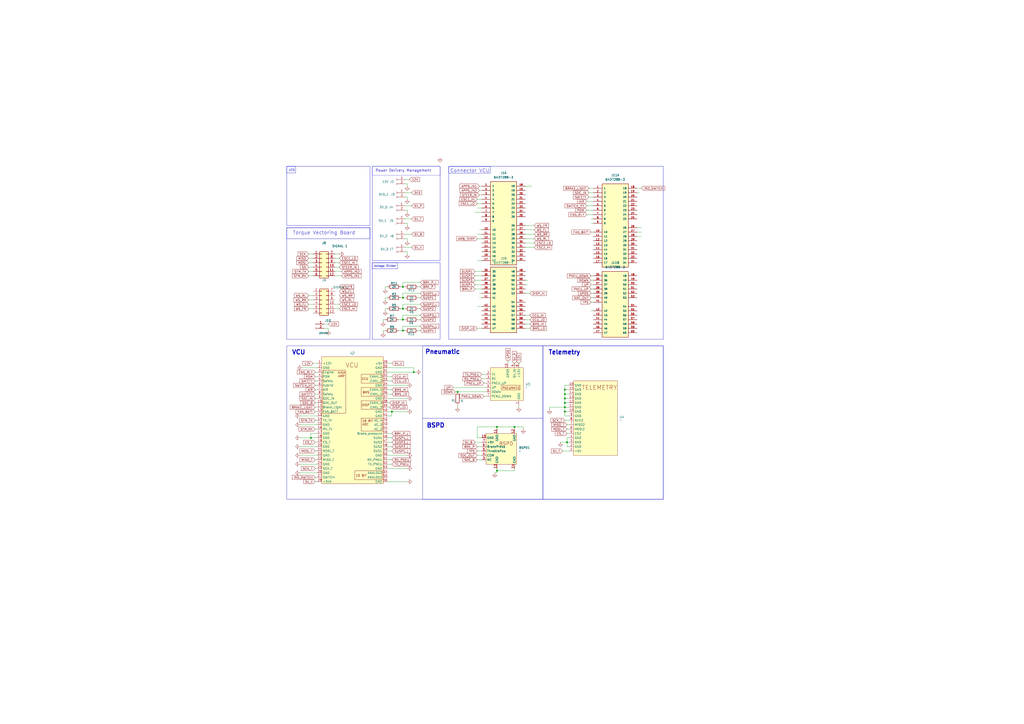
<source format=kicad_sch>
(kicad_sch (version 20250114) (generator "eeschema") (generator_version "9.0")
  (paper "A2")
  (rectangle (start 166.37 132.08) (end 214.63 196.85))
  (rectangle (start 166.37 200.66) (end 384.81 289.56))
  (rectangle (start 314.96 200.66) (end 384.81 289.56))
  (rectangle (start 260.3857 96.6124) (end 284.5157 100.4224))
  (rectangle (start 245.11 200.66) (end 314.96 289.56))
  (rectangle (start 260.35 96.52) (end 384.81 196.85))
  (rectangle (start 215.9 96.52) (end 255.27 151.13))
  (rectangle (start 166.37 132.08) (end 214.63 138.43))
  (rectangle (start 215.9205 152.4245) (end 230.5753 155.9594))
  (rectangle (start 215.9 152.4) (end 255.27 196.85))
  (rectangle (start 166.37 96.52) (end 171.45 100.33))
  (rectangle (start 215.9 96.52) (end 255.27 101.6) (stroke (width 0.0508)))
  (rectangle (start 166.37 96.52) (end 214.63 130.81))
  (text "LED\n" (at 169.164 98.806 0) (effects (font (size 1.27 1.27))))
  (text "Connector VCU" (at 272.5777 99.1524 0) (effects (font (size 2.032 2.032))))
  (text "VCU" (at 173.228 204.47 0) (effects (font (size 2.54 2.54) (thickness 0.508) (bold yes))))
  (text "Torque Vectoring Board\n" (at 187.96 135.128 0) (effects (font (size 2.032 2.032))))
  (text "Telemetry\n" (at 327.406 204.47 0) (effects (font (size 2.54 2.54) (thickness 0.508) (bold yes))))
  (text "Voltage Divider" (at 223.2865 154.4565 0) (effects (font (size 1.143 1.143))))
  (text "BSPD" (at 252.73 246.888 0) (effects (font (size 2.54 2.54) (thickness 0.508) (bold yes))))
  (text "Pneumatic" (at 256.794 204.216 0) (effects (font (size 2.54 2.54) (thickness 0.508) (bold yes))))
  (text "Power Delivery Management\n" (at 233.934 99.06 0) (effects (font (size 1.524 1.524))))
  (junction (at 327.66 228.6))
  (junction (at 233.68 185.42))
  (junction (at 233.68 172.72))
  (junction (at 288.29 247.65))
  (junction (at 327.66 233.68))
  (junction (at 327.66 226.06))
  (junction (at 233.68 166.37))
  (junction (at 233.68 179.07))
  (junction (at 180.34 254))
  (junction (at 327.66 236.22))
  (junction (at 227.33 238.76))
  (junction (at 288.29 273.05))
  (junction (at 327.66 231.14))
  (junction (at 298.45 247.65))
  (junction (at 327.66 238.76))
  (junction (at 233.68 191.77))
  (junction (at 240.03 215.9))
  (junction (at 328.93 256.54))
  (junction (at 265.43 227.33))
  (wire (pts (xy 181.61 173.99) (xy 179.07 173.99)))
  (wire (pts (xy 369.57 109.22) (xy 372.11 109.22)))
  (wire (pts (xy 234.95 121.92) (xy 236.22 121.92)))
  (wire (pts (xy 234.95 106.68) (xy 236.22 106.68)))
  (wire (pts (xy 224.79 251.46) (xy 227.33 251.46)))
  (wire (pts (xy 304.8 190.5) (xy 307.34 190.5)))
  (wire (pts (xy 194.31 154.94) (xy 196.85 154.94)))
  (wire (pts (xy 182.88 243.84) (xy 184.15 243.84)))
  (wire (pts (xy 300.99 210.82) (xy 300.99 212.09)))
  (wire (pts (xy 342.9 172.72) (xy 344.17 172.72)))
  (wire (pts (xy 275.59 167.64) (xy 279.4 167.64)))
  (wire (pts (xy 275.59 160.02) (xy 279.4 160.02)))
  (wire (pts (xy 234.95 185.42) (xy 233.68 185.42)))
  (wire (pts (xy 276.86 259.08) (xy 279.4 259.08)))
  (wire (pts (xy 181.61 179.07) (xy 179.07 179.07)))
  (wire (pts (xy 275.59 157.48) (xy 279.4 157.48)))
  (wire (pts (xy 276.86 118.11) (xy 279.4 118.11)))
  (wire (pts (xy 182.88 261.62) (xy 184.15 261.62)))
  (wire (pts (xy 194.31 157.48) (xy 198.12 157.48)))
  (wire (pts (xy 224.79 266.7) (xy 227.33 266.7)))
  (wire (pts (xy 234.95 104.14) (xy 237.49 104.14)))
  (wire (pts (xy 234.95 114.3) (xy 236.22 114.3)))
  (wire (pts (xy 236.22 146.05) (xy 236.22 147.32)))
  (wire (pts (xy 327.66 238.76) (xy 327.66 236.22)))
  (wire (pts (xy 179.07 154.94) (xy 181.61 154.94)))
  (wire (pts (xy 327.66 226.06) (xy 327.66 228.6)))
  (wire (pts (xy 342.9 134.62) (xy 344.17 134.62)))
  (wire (pts (xy 233.68 189.23) (xy 233.68 191.77)))
  (wire (pts (xy 196.85 179.07) (xy 194.31 179.07)))
  (wire (pts (xy 224.79 220.98) (xy 227.33 220.98)))
  (wire (pts (xy 304.8 133.35) (xy 309.88 133.35)))
  (wire (pts (xy 224.79 223.52) (xy 236.22 223.52)))
  (wire (pts (xy 340.36 116.84) (xy 344.17 116.84)))
  (wire (pts (xy 288.29 247.65) (xy 298.45 247.65)))
  (wire (pts (xy 276.86 190.5) (xy 279.4 190.5)))
  (wire (pts (xy 233.68 182.88) (xy 233.68 185.42)))
  (wire (pts (xy 304.8 140.97) (xy 309.88 140.97)))
  (wire (pts (xy 327.66 231.14) (xy 330.2 231.14)))
  (wire (pts (xy 342.9 160.02) (xy 344.17 160.02)))
  (wire (pts (xy 173.99 241.3) (xy 184.15 241.3)))
  (wire (pts (xy 179.07 152.4) (xy 181.61 152.4)))
  (wire (pts (xy 276.86 261.62) (xy 279.4 261.62)))
  (wire (pts (xy 279.4 217.17) (xy 281.94 217.17)))
  (wire (pts (xy 224.79 271.78) (xy 236.22 271.78)))
  (wire (pts (xy 327.66 233.68) (xy 330.2 233.68)))
  (wire (pts (xy 233.68 191.77) (xy 234.95 191.77)))
  (wire (pts (xy 278.13 113.03) (xy 279.4 113.03)))
  (wire (pts (xy 234.95 146.05) (xy 236.22 146.05)))
  (wire (pts (xy 298.45 271.78) (xy 298.45 273.05)))
  (wire (pts (xy 243.84 163.83) (xy 233.68 163.83)))
  (wire (pts (xy 223.52 166.37) (xy 223.52 167.64)))
  (wire (pts (xy 276.86 177.8) (xy 279.4 177.8)))
  (wire (pts (xy 236.22 231.14) (xy 224.79 231.14)))
  (wire (pts (xy 182.88 236.22) (xy 184.15 236.22)))
  (wire (pts (xy 304.8 143.51) (xy 309.88 143.51)))
  (wire (pts (xy 276.86 138.43) (xy 279.4 138.43)))
  (wire (pts (xy 227.33 241.3) (xy 227.33 238.76)))
  (wire (pts (xy 241.3 215.9) (xy 240.03 215.9)))
  (wire (pts (xy 327.66 223.52) (xy 327.66 226.06)))
  (wire (pts (xy 234.95 143.51) (xy 238.76 143.51)))
  (wire (pts (xy 224.79 228.6) (xy 227.33 228.6)))
  (wire (pts (xy 233.68 170.18) (xy 233.68 172.72)))
  (wire (pts (xy 194.31 147.32) (xy 196.85 147.32)))
  (wire (pts (xy 173.99 246.38) (xy 184.15 246.38)))
  (wire (pts (xy 224.79 226.06) (xy 227.33 226.06)))
  (wire (pts (xy 243.84 170.18) (xy 233.68 170.18)))
  (wire (pts (xy 279.4 254) (xy 276.86 254)))
  (wire (pts (xy 224.79 241.3) (xy 227.33 241.3)))
  (wire (pts (xy 327.66 238.76) (xy 330.2 238.76)))
  (wire (pts (xy 236.22 129.54) (xy 236.22 130.81)))
  (wire (pts (xy 280.67 222.25) (xy 281.94 222.25)))
  (wire (pts (xy 224.79 166.37) (xy 223.52 166.37)))
  (wire (pts (xy 242.57 191.77) (xy 243.84 191.77)))
  (wire (pts (xy 181.61 176.53) (xy 179.07 176.53)))
  (wire (pts (xy 275.59 162.56) (xy 279.4 162.56)))
  (wire (pts (xy 243.84 182.88) (xy 233.68 182.88)))
  (wire (pts (xy 276.86 254) (xy 276.86 247.65)))
  (wire (pts (xy 187.96 190.5) (xy 190.5 190.5)))
  (wire (pts (xy 327.66 243.84) (xy 330.2 243.84)))
  (wire (pts (xy 232.41 172.72) (xy 233.68 172.72)))
  (wire (pts (xy 224.79 172.72) (xy 223.52 172.72)))
  (wire (pts (xy 182.88 233.68) (xy 184.15 233.68)))
  (wire (pts (xy 276.86 266.7) (xy 279.4 266.7)))
  (wire (pts (xy 222.25 185.42) (xy 222.25 186.69)))
  (wire (pts (xy 224.79 213.36) (xy 240.03 213.36)))
  (wire (pts (xy 196.85 176.53) (xy 194.31 176.53)))
  (wire (pts (xy 223.52 172.72) (xy 223.52 173.99)))
  (wire (pts (xy 342.9 165.1) (xy 344.17 165.1)))
  (wire (pts (xy 342.9 180.34) (xy 344.17 180.34)))
  (wire (pts (xy 278.13 107.95) (xy 279.4 107.95)))
  (wire (pts (xy 224.79 210.82) (xy 227.33 210.82)))
  (wire (pts (xy 224.79 233.68) (xy 226.06 233.68)))
  (wire (pts (xy 242.57 166.37) (xy 243.84 166.37)))
  (wire (pts (xy 242.57 172.72) (xy 243.84 172.72)))
  (wire (pts (xy 236.22 106.68) (xy 236.22 107.95)))
  (wire (pts (xy 341.63 111.76) (xy 344.17 111.76)))
  (wire (pts (xy 369.57 137.16) (xy 372.11 137.16)))
  (wire (pts (xy 276.86 151.13) (xy 279.4 151.13)))
  (wire (pts (xy 327.66 231.14) (xy 327.66 233.68)))
  (wire (pts (xy 287.02 274.32) (xy 288.29 274.32)))
  (wire (pts (xy 182.88 266.7) (xy 184.15 266.7)))
  (wire (pts (xy 298.45 247.65) (xy 303.53 247.65)))
  (wire (pts (xy 222.25 191.77) (xy 222.25 193.04)))
  (wire (pts (xy 224.79 254) (xy 227.33 254)))
  (wire (pts (xy 173.99 264.16) (xy 184.15 264.16)))
  (wire (pts (xy 276.86 135.89) (xy 279.4 135.89)))
  (wire (pts (xy 194.31 160.02) (xy 198.12 160.02)))
  (wire (pts (xy 234.95 135.89) (xy 238.76 135.89)))
  (wire (pts (xy 330.2 241.3) (xy 327.66 241.3)))
  (wire (pts (xy 340.36 119.38) (xy 344.17 119.38)))
  (wire (pts (xy 184.15 251.46) (xy 180.34 251.46)))
  (wire (pts (xy 304.8 162.56) (xy 306.07 162.56)))
  (wire (pts (xy 182.88 218.44) (xy 184.15 218.44)))
  (wire (pts (xy 233.68 176.53) (xy 233.68 179.07)))
  (wire (pts (xy 304.8 135.89) (xy 309.88 135.89)))
  (wire (pts (xy 265.43 227.33) (xy 281.94 227.33)))
  (wire (pts (xy 231.14 191.77) (xy 233.68 191.77)))
  (wire (pts (xy 224.79 215.9) (xy 240.03 215.9)))
  (wire (pts (xy 342.9 167.64) (xy 344.17 167.64)))
  (wire (pts (xy 342.9 127) (xy 344.17 127)))
  (wire (pts (xy 223.52 185.42) (xy 222.25 185.42)))
  (wire (pts (xy 236.22 114.3) (xy 236.22 115.57)))
  (wire (pts (xy 233.68 179.07) (xy 234.95 179.07)))
  (wire (pts (xy 369.57 111.76) (xy 370.84 111.76)))
  (wire (pts (xy 182.88 220.98) (xy 184.15 220.98)))
  (wire (pts (xy 234.95 129.54) (xy 236.22 129.54)))
  (wire (pts (xy 280.67 229.87) (xy 281.94 229.87)))
  (wire (pts (xy 243.84 176.53) (xy 233.68 176.53)))
  (wire (pts (xy 342.9 129.54) (xy 344.17 129.54)))
  (wire (pts (xy 342.9 175.26) (xy 344.17 175.26)))
  (wire (pts (xy 327.66 228.6) (xy 330.2 228.6)))
  (wire (pts (xy 175.26 213.36) (xy 184.15 213.36)))
  (wire (pts (xy 288.29 274.32) (xy 288.29 273.05)))
  (wire (pts (xy 234.95 111.76) (xy 238.76 111.76)))
  (wire (pts (xy 278.13 170.18) (xy 279.4 170.18)))
  (wire (pts (xy 242.57 179.07) (xy 243.84 179.07)))
  (wire (pts (xy 179.07 160.02) (xy 181.61 160.02)))
  (wire (pts (xy 288.29 273.05) (xy 288.29 271.78)))
  (wire (pts (xy 327.66 233.68) (xy 327.66 236.22)))
  (wire (pts (xy 276.86 115.57) (xy 279.4 115.57)))
  (wire (pts (xy 223.52 179.07) (xy 223.52 180.34)))
  (wire (pts (xy 182.88 276.86) (xy 184.15 276.86)))
  (wire (pts (xy 276.86 120.65) (xy 279.4 120.65)))
  (wire (pts (xy 278.13 110.49) (xy 279.4 110.49)))
  (wire (pts (xy 181.61 210.82) (xy 184.15 210.82)))
  (wire (pts (xy 278.13 133.35) (xy 279.4 133.35)))
  (wire (pts (xy 328.93 256.54) (xy 328.93 259.08)))
  (wire (pts (xy 173.99 259.08) (xy 184.15 259.08)))
  (wire (pts (xy 342.9 162.56) (xy 344.17 162.56)))
  (wire (pts (xy 275.59 165.1) (xy 279.4 165.1)))
  (wire (pts (xy 182.88 226.06) (xy 184.15 226.06)))
  (wire (pts (xy 180.34 254) (xy 184.15 254)))
  (wire (pts (xy 340.36 121.92) (xy 344.17 121.92)))
  (wire (pts (xy 224.79 261.62) (xy 227.33 261.62)))
  (wire (pts (xy 303.53 247.65) (xy 303.53 248.92)))
  (wire (pts (xy 233.68 172.72) (xy 234.95 172.72)))
  (wire (pts (xy 330.2 254) (xy 328.93 254)))
  (wire (pts (xy 232.41 179.07) (xy 233.68 179.07)))
  (wire (pts (xy 173.99 269.24) (xy 184.15 269.24)))
  (wire (pts (xy 240.03 213.36) (xy 240.03 215.9)))
  (wire (pts (xy 298.45 247.65) (xy 298.45 248.92)))
  (wire (pts (xy 369.57 134.62) (xy 372.11 134.62)))
  (wire (pts (xy 234.95 138.43) (xy 236.22 138.43)))
  (wire (pts (xy 224.79 256.54) (xy 227.33 256.54)))
  (wire (pts (xy 327.66 241.3) (xy 327.66 238.76)))
  (wire (pts (xy 233.68 166.37) (xy 234.95 166.37)))
  (wire (pts (xy 233.68 163.83) (xy 233.68 166.37)))
  (wire (pts (xy 328.93 248.92) (xy 330.2 248.92)))
  (wire (pts (xy 304.8 170.18) (xy 307.34 170.18)))
  (wire (pts (xy 330.2 256.54) (xy 328.93 256.54)))
  (wire (pts (xy 298.45 210.82) (xy 298.45 212.09)))
  (wire (pts (xy 327.66 236.22) (xy 318.77 236.22)))
  (wire (pts (xy 224.79 279.4) (xy 236.22 279.4)))
  (wire (pts (xy 224.79 238.76) (xy 227.33 238.76)))
  (wire (pts (xy 330.2 251.46) (xy 328.93 251.46)))
  (wire (pts (xy 182.88 279.4) (xy 184.15 279.4)))
  (wire (pts (xy 304.8 187.96) (xy 307.34 187.96)))
  (wire (pts (xy 190.5 190.5) (xy 190.5 191.77)))
  (wire (pts (xy 242.57 185.42) (xy 243.84 185.42)))
  (wire (pts (xy 304.8 185.42) (xy 307.34 185.42)))
  (wire (pts (xy 300.99 234.95) (xy 300.99 236.22)))
  (wire (pts (xy 194.31 149.86) (xy 196.85 149.86)))
  (wire (pts (xy 304.8 182.88) (xy 307.34 182.88)))
  (wire (pts (xy 194.31 152.4) (xy 196.85 152.4)))
  (wire (pts (xy 304.8 107.95) (xy 308.61 107.95)))
  (wire (pts (xy 182.88 248.92) (xy 184.15 248.92)))
  (wire (pts (xy 187.96 187.96) (xy 190.5 187.96)))
  (wire (pts (xy 264.16 227.33) (xy 265.43 227.33)))
  (wire (pts (xy 231.14 185.42) (xy 233.68 185.42)))
  (wire (pts (xy 181.61 171.45) (xy 179.07 171.45)))
  (wire (pts (xy 236.22 121.92) (xy 236.22 123.19)))
  (wire (pts (xy 288.29 247.65) (xy 288.29 248.92)))
  (wire (pts (xy 182.88 231.14) (xy 184.15 231.14)))
  (wire (pts (xy 224.79 236.22) (xy 226.06 236.22)))
  (wire (pts (xy 326.39 261.62) (xy 330.2 261.62)))
  (wire (pts (xy 275.59 123.19) (xy 279.4 123.19)))
  (wire (pts (xy 224.79 179.07) (xy 223.52 179.07)))
  (wire (pts (xy 304.8 165.1) (xy 306.07 165.1)))
  (wire (pts (xy 236.22 138.43) (xy 236.22 139.7)))
  (wire (pts (xy 294.64 209.55) (xy 294.64 210.82)))
  (wire (pts (xy 328.93 246.38) (xy 330.2 246.38)))
  (wire (pts (xy 304.8 138.43) (xy 309.88 138.43)))
  (wire (pts (xy 224.79 259.08) (xy 227.33 259.08)))
  (wire (pts (xy 224.79 218.44) (xy 227.33 218.44)))
  (wire (pts (xy 275.59 256.54) (xy 279.4 256.54)))
  (wire (pts (xy 224.79 264.16) (xy 236.22 264.16)))
  (wire (pts (xy 224.79 269.24) (xy 227.33 269.24)))
  (wire (pts (xy 327.66 223.52) (xy 330.2 223.52)))
  (wire (pts (xy 173.99 274.32) (xy 184.15 274.32)))
  (wire (pts (xy 234.95 127) (xy 238.76 127)))
  (wire (pts (xy 340.36 124.46) (xy 344.17 124.46)))
  (wire (pts (xy 179.07 147.32) (xy 181.61 147.32)))
  (wire (pts (xy 223.52 191.77) (xy 222.25 191.77)))
  (wire (pts (xy 327.66 226.06) (xy 330.2 226.06)))
  (wire (pts (xy 182.88 256.54) (xy 184.15 256.54)))
  (wire (pts (xy 180.34 251.46) (xy 180.34 254)))
  (wire (pts (xy 182.88 271.78) (xy 184.15 271.78)))
  (wire (pts (xy 325.12 256.54) (xy 328.93 256.54)))
  (wire (pts (xy 227.33 238.76) (xy 236.22 238.76)))
  (wire (pts (xy 262.89 224.79) (xy 281.94 224.79)))
  (polyline (pts (xy 245.11 242.57) (xy 314.96 242.57)))
  (wire (pts (xy 327.66 236.22) (xy 330.2 236.22)))
  (wire (pts (xy 318.77 236.22) (xy 318.77 237.49)))
  (wire (pts (xy 182.88 228.6) (xy 184.15 228.6)))
  (wire (pts (xy 327.66 228.6) (xy 327.66 231.14)))
  (wire (pts (xy 182.88 223.52) (xy 184.15 223.52)))
  (wire (pts (xy 304.8 130.81) (xy 309.88 130.81)))
  (wire (pts (xy 369.57 132.08) (xy 372.11 132.08)))
  (wire (pts (xy 341.63 114.3) (xy 344.17 114.3)))
  (wire (pts (xy 182.88 215.9) (xy 184.15 215.9)))
  (wire (pts (xy 328.93 259.08) (xy 330.2 259.08)))
  (wire (pts (xy 276.86 247.65) (xy 288.29 247.65)))
  (wire (pts (xy 173.99 254) (xy 180.34 254)))
  (wire (pts (xy 234.95 119.38) (xy 238.76 119.38)))
  (wire (pts (xy 328.93 254) (xy 328.93 256.54)))
  (wire (pts (xy 265.43 234.95) (xy 265.43 236.22)))
  (wire (pts (xy 278.13 172.72) (xy 279.4 172.72)))
  (wire (pts (xy 179.07 157.48) (xy 181.61 157.48)))
  (wire (pts (xy 243.84 189.23) (xy 233.68 189.23)))
  (wire (pts (xy 232.41 166.37) (xy 233.68 166.37)))
  (wire (pts (xy 276.86 264.16) (xy 279.4 264.16)))
  (wire (pts (xy 182.88 238.76) (xy 184.15 238.76)))
  (wire (pts (xy 279.4 219.71) (xy 281.94 219.71)))
  (wire (pts (xy 341.63 109.22) (xy 344.17 109.22)))
  (wire (pts (xy 179.07 149.86) (xy 181.61 149.86)))
  (wire (pts (xy 342.9 170.18) (xy 344.17 170.18)))
  (wire (pts (xy 298.45 273.05) (xy 288.29 273.05)))
  (global_label "WS_RL" (shape input) (at 309.88 138.43 0) (property "Intersheetrefs" "${INTERSHEET_REFS}" (effects (hide yes))))
  (global_label "SCK_T" (shape input) (at 182.88 271.78 180) (property "Intersheetrefs" "${INTERSHEET_REFS}" (effects (hide yes))))
  (global_label "SWITCH_HY" (shape input) (at 182.88 223.52 180) (property "Intersheetrefs" "${INTERSHEET_REFS}" (effects (hide yes))))
  (global_label "5V_B" (shape input) (at 275.59 256.54 180) (property "Intersheetrefs" "${INTERSHEET_REFS}" (effects (hide yes))))
  (global_label "SUSP1_L" (shape input) (at 243.84 170.18 0) (property "Intersheetrefs" "${INTERSHEET_REFS}" (effects (hide yes))))
  (global_label "ESC2_HI" (shape input) (at 309.88 143.51 0) (property "Intersheetrefs" "${INTERSHEET_REFS}" (effects (hide yes))))
  (global_label "SCK" (shape input) (at 179.07 147.32 180) (property "Intersheetrefs" "${INTERSHEET_REFS}" (effects (hide yes))))
  (global_label "MOSI" (shape input) (at 179.07 152.4 180) (property "Intersheetrefs" "${INTERSHEET_REFS}" (effects (hide yes))))
  (global_label "WS_FL" (shape input) (at 196.85 168.91 0) (property "Intersheetrefs" "${INTERSHEET_REFS}" (effects (hide yes))))
  (global_label "TX_PNEU" (shape input) (at 227.33 269.24 0) (property "Intersheetrefs" "${INTERSHEET_REFS}" (effects (hide yes))))
  (global_label "IND_SWITCH" (shape input) (at 372.11 109.22 0) (property "Intersheetrefs" "${INTERSHEET_REFS}" (effects (hide yes))))
  (global_label "UP" (shape input) (at 262.89 224.79 180) (property "Intersheetrefs" "${INTERSHEET_REFS}" (effects (hide yes))))
  (global_label "5V_V" (shape input) (at 182.88 279.4 180) (property "Intersheetrefs" "${INTERSHEET_REFS}" (effects (hide yes))))
  (global_label "SUSP4" (shape input) (at 275.59 165.1 180) (property "Intersheetrefs" "${INTERSHEET_REFS}" (effects (hide yes))))
  (global_label "AIR" (shape input) (at 182.88 226.06 180) (property "Intersheetrefs" "${INTERSHEET_REFS}" (effects (hide yes))))
  (global_label "WS_FR" (shape input) (at 309.88 130.81 0) (property "Intersheetrefs" "${INTERSHEET_REFS}" (effects (hide yes))))
  (global_label "WS_FL" (shape input) (at 309.88 133.35 0) (property "Intersheetrefs" "${INTERSHEET_REFS}" (effects (hide yes))))
  (global_label "FAN_BATT" (shape input) (at 342.9 134.62 180) (property "Intersheetrefs" "${INTERSHEET_REFS}" (effects (hide yes))))
  (global_label "12V" (shape input) (at 300.99 210.82 90) (property "Intersheetrefs" "${INTERSHEET_REFS}" (effects (hide yes))))
  (global_label "STM_RX" (shape input) (at 179.07 160.02 180) (property "Intersheetrefs" "${INTERSHEET_REFS}" (effects (hide yes))))
  (global_label "ESC1_HI" (shape input) (at 276.86 115.57 180) (property "Intersheetrefs" "${INTERSHEET_REFS}" (effects (hide yes))))
  (global_label "SAFETY" (shape input) (at 182.88 220.98 180) (property "Intersheetrefs" "${INTERSHEET_REFS}" (effects (hide yes))))
  (global_label "MISO_T" (shape input) (at 182.88 266.7 180) (property "Intersheetrefs" "${INTERSHEET_REFS}" (effects (hide yes))))
  (global_label "DOWN" (shape input) (at 264.16 227.33 180) (property "Intersheetrefs" "${INTERSHEET_REFS}" (effects (hide yes))))
  (global_label "SUSP1" (shape input) (at 275.59 157.48 180) (property "Intersheetrefs" "${INTERSHEET_REFS}" (effects (hide yes))))
  (global_label "SDC_B" (shape input) (at 182.88 233.68 180) (property "Intersheetrefs" "${INTERSHEET_REFS}" (effects (hide yes))))
  (global_label "SUSP4_L" (shape input) (at 243.84 189.23 0) (property "Intersheetrefs" "${INTERSHEET_REFS}" (effects (hide yes))))
  (global_label "SUSP4_L" (shape input) (at 227.33 254 0) (property "Intersheetrefs" "${INTERSHEET_REFS}" (effects (hide yes))))
  (global_label "BMS_LO" (shape input) (at 307.34 190.5 0) (property "Intersheetrefs" "${INTERSHEET_REFS}" (effects (hide yes))))
  (global_label "SUSP3" (shape input) (at 275.59 162.56 180) (property "Intersheetrefs" "${INTERSHEET_REFS}" (effects (hide yes))))
  (global_label "PDM" (shape input) (at 182.88 218.44 180) (property "Intersheetrefs" "${INTERSHEET_REFS}" (effects (hide yes))))
  (global_label "ENG_RLY" (shape input) (at 182.88 215.9 180) (property "Intersheetrefs" "${INTERSHEET_REFS}" (effects (hide yes))))
  (global_label "5V_B" (shape input) (at 238.76 135.89 0) (property "Intersheetrefs" "${INTERSHEET_REFS}" (effects (hide yes))))
  (global_label "SUSP3_L" (shape input) (at 227.33 256.54 0) (property "Intersheetrefs" "${INTERSHEET_REFS}" (effects (hide yes))))
  (global_label "WS_RR" (shape input) (at 309.88 135.89 0) (property "Intersheetrefs" "${INTERSHEET_REFS}" (effects (hide yes))))
  (global_label "SDC_OUT" (shape input) (at 342.9 172.72 180) (property "Intersheetrefs" "${INTERSHEET_REFS}" (effects (hide yes))))
  (global_label "WS_FR" (shape input) (at 179.07 179.07 180) (property "Intersheetrefs" "${INTERSHEET_REFS}" (effects (hide yes))))
  (global_label "RX_PNEU" (shape input) (at 227.33 266.7 0) (property "Intersheetrefs" "${INTERSHEET_REFS}" (effects (hide yes))))
  (global_label "ESC1_LO" (shape input) (at 196.85 149.86 0) (property "Intersheetrefs" "${INTERSHEET_REFS}" (effects (hide yes))))
  (global_label "SUSP2_L" (shape input) (at 227.33 259.08 0) (property "Intersheetrefs" "${INTERSHEET_REFS}" (effects (hide yes))))
  (global_label "ECU_HI" (shape input) (at 307.34 182.88 0) (property "Intersheetrefs" "${INTERSHEET_REFS}" (effects (hide yes))))
  (global_label "12V" (shape input) (at 190.5 187.96 0) (property "Intersheetrefs" "${INTERSHEET_REFS}" (effects (hide yes))))
  (global_label "DISP_LO" (shape input) (at 276.86 190.5 180) (property "Intersheetrefs" "${INTERSHEET_REFS}" (effects (hide yes))))
  (global_label "SUSP2" (shape input) (at 275.59 160.02 180) (property "Intersheetrefs" "${INTERSHEET_REFS}" (effects (hide yes))))
  (global_label "12V" (shape input) (at 237.49 104.14 0) (property "Intersheetrefs" "${INTERSHEET_REFS}" (effects (hide yes))))
  (global_label "5V_V" (shape input) (at 238.76 143.51 0) (property "Intersheetrefs" "${INTERSHEET_REFS}" (effects (hide yes))))
  (global_label "ESC1_LO" (shape input) (at 276.86 118.11 180) (property "Intersheetrefs" "${INTERSHEET_REFS}" (effects (hide yes))))
  (global_label "SUSP1" (shape input) (at 243.84 172.72 0) (property "Intersheetrefs" "${INTERSHEET_REFS}" (effects (hide yes))))
  (global_label "APPS_IN1" (shape input) (at 198.12 160.02 0) (property "Intersheetrefs" "${INTERSHEET_REFS}" (effects (hide yes))))
  (global_label "ESC2_LO" (shape input) (at 196.85 176.53 0) (property "Intersheetrefs" "${INTERSHEET_REFS}" (effects (hide yes))))
  (global_label "TX_PNEU" (shape input) (at 279.4 217.17 180) (property "Intersheetrefs" "${INTERSHEET_REFS}" (effects (hide yes))))
  (global_label "MOSI_T" (shape input) (at 182.88 261.62 180) (property "Intersheetrefs" "${INTERSHEET_REFS}" (effects (hide yes))))
  (global_label "WS_FL" (shape input) (at 179.07 176.53 180) (property "Intersheetrefs" "${INTERSHEET_REFS}" (effects (hide yes))))
  (global_label "SUSP3" (shape input) (at 243.84 185.42 0) (property "Intersheetrefs" "${INTERSHEET_REFS}" (effects (hide yes))))
  (global_label "RX_PNEU" (shape input) (at 279.4 219.71 180) (property "Intersheetrefs" "${INTERSHEET_REFS}" (effects (hide yes))))
  (global_label "CS_T" (shape input) (at 182.88 256.54 180) (property "Intersheetrefs" "${INTERSHEET_REFS}" (effects (hide yes))))
  (global_label "DISP_LO" (shape input) (at 226.06 236.22 0) (property "Intersheetrefs" "${INTERSHEET_REFS}" (effects (hide yes))))
  (global_label "PNEU_DOWN" (shape input) (at 342.9 160.02 180) (property "Intersheetrefs" "${INTERSHEET_REFS}" (effects (hide yes))))
  (global_label "5V_V" (shape input) (at 227.33 210.82 0) (property "Intersheetrefs" "${INTERSHEET_REFS}" (effects (hide yes))))
  (global_label "DISP_HI" (shape input) (at 307.34 170.18 0) (property "Intersheetrefs" "${INTERSHEET_REFS}" (effects (hide yes))))
  (global_label "5V_T" (shape input) (at 238.76 127 0) (property "Intersheetrefs" "${INTERSHEET_REFS}" (effects (hide yes))))
  (global_label "SUSP3_L" (shape input) (at 243.84 182.88 0) (property "Intersheetrefs" "${INTERSHEET_REFS}" (effects (hide yes))))
  (global_label "PNEU_DOWN" (shape input) (at 280.67 229.87 180) (property "Intersheetrefs" "${INTERSHEET_REFS}" (effects (hide yes))))
  (global_label "FAN_BATT" (shape input) (at 182.88 238.76 180) (property "Intersheetrefs" "${INTERSHEET_REFS}" (effects (hide yes))))
  (global_label "WS_FR" (shape input) (at 196.85 166.37 0) (property "Intersheetrefs" "${INTERSHEET_REFS}" (effects (hide yes))))
  (global_label "5V_P" (shape input) (at 298.45 210.82 90) (property "Intersheetrefs" "${INTERSHEET_REFS}" (effects (hide yes))))
  (global_label "SWITCH_HY" (shape input) (at 340.36 119.38 180) (property "Intersheetrefs" "${INTERSHEET_REFS}" (effects (hide yes))))
  (global_label "PDM" (shape input) (at 340.36 121.92 180) (property "Intersheetrefs" "${INTERSHEET_REFS}" (effects (hide yes))))
  (global_label "AMB_TEMP" (shape input) (at 276.86 138.43 180) (property "Intersheetrefs" "${INTERSHEET_REFS}" (effects (hide yes))))
  (global_label "APPS_IN1" (shape input) (at 278.13 107.95 180) (property "Intersheetrefs" "${INTERSHEET_REFS}" (effects (hide yes))))
  (global_label "SDC_B" (shape input) (at 276.86 266.7 180) (property "Intersheetrefs" "${INTERSHEET_REFS}" (effects (hide yes))))
  (global_label "SCK_T" (shape input) (at 327.66 243.84 180) (property "Intersheetrefs" "${INTERSHEET_REFS}" (effects (hide yes))))
  (global_label "GPOS" (shape input) (at 342.9 170.18 180) (property "Intersheetrefs" "${INTERSHEET_REFS}" (effects (hide yes))))
  (global_label "STEER_IN" (shape input) (at 196.85 154.94 0) (property "Intersheetrefs" "${INTERSHEET_REFS}" (effects (hide yes))))
  (global_label "UP" (shape input) (at 342.9 165.1 180) (property "Intersheetrefs" "${INTERSHEET_REFS}" (effects (hide yes))))
  (global_label "APPS_IN2" (shape input) (at 198.12 157.48 0) (property "Intersheetrefs" "${INTERSHEET_REFS}" (effects (hide yes))))
  (global_label "BRAKE_LIGHT" (shape input) (at 341.63 109.22 180) (property "Intersheetrefs" "${INTERSHEET_REFS}" (effects (hide yes))))
  (global_label "BRK_P" (shape input) (at 276.86 259.08 180) (property "Intersheetrefs" "${INTERSHEET_REFS}" (effects (hide yes))))
  (global_label "STM_TX" (shape input) (at 179.07 157.48 180) (property "Intersheetrefs" "${INTERSHEET_REFS}" (effects (hide yes))))
  (global_label "ECU_HI" (shape input) (at 227.33 218.44 0) (property "Intersheetrefs" "${INTERSHEET_REFS}" (effects (hide yes))))
  (global_label "MISO_T" (shape input) (at 328.93 246.38 180) (property "Intersheetrefs" "${INTERSHEET_REFS}" (effects (hide yes))))
  (global_label "BRK_P_L" (shape input) (at 243.84 163.83 0) (property "Intersheetrefs" "${INTERSHEET_REFS}" (effects (hide yes))))
  (global_label "PNEU_UP" (shape input) (at 342.9 167.64 180) (property "Intersheetrefs" "${INTERSHEET_REFS}" (effects (hide yes))))
  (global_label "SUSP1_L" (shape input) (at 227.33 261.62 0) (property "Intersheetrefs" "${INTERSHEET_REFS}" (effects (hide yes))))
  (global_label "SDC_IN" (shape input) (at 341.63 111.76 180) (property "Intersheetrefs" "${INTERSHEET_REFS}" (effects (hide yes))))
  (global_label "SDC_OUT" (shape input) (at 276.86 264.16 180) (property "Intersheetrefs" "${INTERSHEET_REFS}" (effects (hide yes))))
  (global_label "SUSP4" (shape input) (at 243.84 191.77 0) (property "Intersheetrefs" "${INTERSHEET_REFS}" (effects (hide yes))))
  (global_label "AIR" (shape input) (at 340.36 116.84 180) (property "Intersheetrefs" "${INTERSHEET_REFS}" (effects (hide yes))))
  (global_label "TPS" (shape input) (at 276.86 261.62 180) (property "Intersheetrefs" "${INTERSHEET_REFS}" (effects (hide yes))))
  (global_label "MOSI_T" (shape input) (at 328.93 248.92 180) (property "Intersheetrefs" "${INTERSHEET_REFS}" (effects (hide yes))))
  (global_label "ESC2_HI" (shape input) (at 196.85 179.07 0) (property "Intersheetrefs" "${INTERSHEET_REFS}" (effects (hide yes))))
  (global_label "ECU_LO" (shape input) (at 227.33 220.98 0) (property "Intersheetrefs" "${INTERSHEET_REFS}" (effects (hide yes))))
  (global_label "IND_SWITCH" (shape input) (at 182.88 276.86 180) (property "Intersheetrefs" "${INTERSHEET_REFS}" (effects (hide yes))))
  (global_label "WS_RL" (shape input) (at 196.85 173.99 0) (property "Intersheetrefs" "${INTERSHEET_REFS}" (effects (hide yes))))
  (global_label "TPS" (shape input) (at 342.9 175.26 180) (property "Intersheetrefs" "${INTERSHEET_REFS}" (effects (hide yes))))
  (global_label "BRK_P" (shape input) (at 243.84 166.37 0) (property "Intersheetrefs" "${INTERSHEET_REFS}" (effects (hide yes))))
  (global_label "ESC1_HI" (shape input) (at 196.85 152.4 0) (property "Intersheetrefs" "${INTERSHEET_REFS}" (effects (hide yes))))
  (global_label "SUSP2" (shape input) (at 243.84 179.07 0) (property "Intersheetrefs" "${INTERSHEET_REFS}" (effects (hide yes))))
  (global_label "STM_RX" (shape input) (at 182.88 248.92 180) (property "Intersheetrefs" "${INTERSHEET_REFS}" (effects (hide yes))))
  (global_label "5V_T" (shape input) (at 326.39 261.62 180) (property "Intersheetrefs" "${INTERSHEET_REFS}" (effects (hide yes))))
  (global_label "BMS_HI" (shape input) (at 307.34 187.96 0) (property "Intersheetrefs" "${INTERSHEET_REFS}" (effects (hide yes))))
  (global_label "ECU_LO" (shape input) (at 307.34 185.42 0) (property "Intersheetrefs" "${INTERSHEET_REFS}" (effects (hide yes))))
  (global_label "DISP_HI" (shape input) (at 226.06 233.68 0) (property "Intersheetrefs" "${INTERSHEET_REFS}" (effects (hide yes))))
  (global_label "SAFETY" (shape input) (at 182.88 228.6 180) (property "Intersheetrefs" "${INTERSHEET_REFS}" (effects (hide yes))))
  (global_label "STEER_IN" (shape input) (at 278.13 113.03 180) (property "Intersheetrefs" "${INTERSHEET_REFS}" (effects (hide yes))))
  (global_label "BRK_P" (shape input) (at 275.59 167.64 180) (property "Intersheetrefs" "${INTERSHEET_REFS}" (effects (hide yes))))
  (global_label "GPOS" (shape input) (at 294.64 209.55 90) (property "Intersheetrefs" "${INTERSHEET_REFS}" (effects (hide yes))))
  (global_label "12V" (shape input) (at 181.61 210.82 180) (property "Intersheetrefs" "${INTERSHEET_REFS}" (effects (hide yes))))
  (global_label "BRK_P_L" (shape input) (at 227.33 251.46 0) (property "Intersheetrefs" "${INTERSHEET_REFS}" (effects (hide yes))))
  (global_label "WS_RR" (shape input) (at 179.07 173.99 180) (property "Intersheetrefs" "${INTERSHEET_REFS}" (effects (hide yes))))
  (global_label "3V3" (shape input) (at 238.76 111.76 0) (property "Intersheetrefs" "${INTERSHEET_REFS}" (effects (hide yes))))
  (global_label "DOWN" (shape input) (at 342.9 162.56 180) (property "Intersheetrefs" "${INTERSHEET_REFS}" (effects (hide yes))))
  (global_label "MISO" (shape input) (at 179.07 149.86 180) (property "Intersheetrefs" "${INTERSHEET_REFS}" (effects (hide yes))))
  (global_label "BMS_HI" (shape input) (at 227.33 226.06 0) (property "Intersheetrefs" "${INTERSHEET_REFS}" (effects (hide yes))))
  (global_label "PNEU_UP" (shape input) (at 280.67 222.25 180) (property "Intersheetrefs" "${INTERSHEET_REFS}" (effects (hide yes))))
  (global_label "SDC_IN" (shape input) (at 182.88 231.14 180) (property "Intersheetrefs" "${INTERSHEET_REFS}" (effects (hide yes))))
  (global_label "ESC2_LO" (shape input) (at 309.88 140.97 0) (property "Intersheetrefs" "${INTERSHEET_REFS}" (effects (hide yes))))
  (global_label "WS_RL" (shape input) (at 179.07 171.45 180) (property "Intersheetrefs" "${INTERSHEET_REFS}" (effects (hide yes))))
  (global_label "BRAKE_LIGHT" (shape input) (at 182.88 236.22 180) (property "Intersheetrefs" "${INTERSHEET_REFS}" (effects (hide yes))))
  (global_label "ENG_RLY" (shape input) (at 340.36 124.46 180) (property "Intersheetrefs" "${INTERSHEET_REFS}" (effects (hide yes))))
  (global_label "WS_RR" (shape input) (at 196.85 171.45 0) (property "Intersheetrefs" "${INTERSHEET_REFS}" (effects (hide yes))))
  (global_label "CS_T" (shape input) (at 328.93 251.46 180) (property "Intersheetrefs" "${INTERSHEET_REFS}" (effects (hide yes))))
  (global_label "SAFETY" (shape input) (at 341.63 114.3 180) (property "Intersheetrefs" "${INTERSHEET_REFS}" (effects (hide yes))))
  (global_label "SUSP2_L" (shape input) (at 243.84 176.53 0) (property "Intersheetrefs" "${INTERSHEET_REFS}" (effects (hide yes))))
  (global_label "BMS_LO" (shape input) (at 227.33 228.6 0) (property "Intersheetrefs" "${INTERSHEET_REFS}" (effects (hide yes))))
  (global_label "5V_P" (shape input) (at 238.76 119.38 0) (property "Intersheetrefs" "${INTERSHEET_REFS}" (effects (hide yes))))
  (global_label "SS" (shape input) (at 179.07 154.94 180) (property "Intersheetrefs" "${INTERSHEET_REFS}" (effects (hide yes))))
  (global_label "STM_TX" (shape input) (at 182.88 243.84 180) (property "Intersheetrefs" "${INTERSHEET_REFS}" (effects (hide yes))))
  (global_label "APPS_IN2" (shape input) (at 278.13 110.49 180) (property "Intersheetrefs" "${INTERSHEET_REFS}" (effects (hide yes))))
  (symbol (lib_name "6437288-3_3") (lib_id "0_VCU_connector_6437288-3:6437288-3") (at 356.87 177.8 0) (unit 2)
    (property "Reference" "J11" (at 356.87 152.4 0))
    (property "Value" "6437288-3" (at 356.87 154.94 0))
    (property "Footprint" "0_VCU_CONNECTOR_TE_6437288-3:VCU_CONNECTOR_TE_6437288-3" (effects (hide yes)))
    (property "Description" "Rectangular Power Connector, Super Seal Series, Through Hole, Receptacle, 60, 1.5 mm, Pin" (effects (hide yes)))
    (property "COMMENT" "6437288-3" (effects (hide yes)))
    (property "Comment" "6437288-3" (effects (hide yes)))
    (property "Check_prices" "https://www.snapeda.com/parts/6437288-3/TE+Connectivity+AMP+Connectors/view-part/?ref=eda" (effects (hide yes)))
    (property "MF" "TE Connectivity" (effects (hide yes)))
    (property "PACKAGE" "None" (effects (hide yes)))
    (property "PRICE" "None" (effects (hide yes)))
    (property "Package" "None" (effects (hide yes)))
    (property "TE_PURCHASE_URL" "https://www.te.com/usa-en/product-6437288-3.html?te_bu=Cor&te_type=disp&te_campaign=seda_glo_cor-seda-global-disp-prtnr-fy19-seda-model-bom-cta_sma-317_1&elqCampaignId=32493" (effects (hide yes)))
    (property "STANDARD" "Manufacturer Recommendations" (effects (hide yes)))
    (property "PARTREV" "A1" (effects (hide yes)))
    (property "SnapEDA_Link" "https://www.snapeda.com/parts/6437288-3/TE+Connectivity+AMP+Connectors/view-part/?ref=snap" (effects (hide yes)))
    (property "MP" "6437288-3" (effects (hide yes)))
    (property "EU_RoHS_Compliance" "Compliant" (effects (hide yes)))
    (property "Price" "None" (effects (hide yes)))
    (property "EU_ROHS_COMPLIANCE" "Compliant" (effects (hide yes)))
    (property "Availability" "In Stock" (effects (hide yes)))
    (property "AVAILABILITY" "Unavailable" (effects (hide yes)))
    (property "Description_1" "Receptacle Connector, Gold, Pitch 3.0000 mm, AC Voltage 250 V, AMP Series | TE Connectivity 6437288-3" (effects (hide yes)))
  )
  (symbol (lib_id "power:GND") (at 236.22 107.95 0) (unit 1)
    (property "Reference" "#PWR01" (effects (hide yes)))
    (property "Value" "GND" (effects (hide yes)))
    (property "Description" "Power symbol creates a global label with name \"GND\" , ground" (effects (hide yes)))
  )
  (symbol (lib_id "power:GND") (at 287.02 274.32 0) (unit 1)
    (property "Reference" "#PWR011" (effects (hide yes)))
    (property "Value" "GND" (effects (hide yes)))
    (property "Description" "Power symbol creates a global label with name \"GND\" , ground" (effects (hide yes)))
  )
  (symbol (lib_id "Device:R") (at 238.76 179.07 90) (unit 1)
    (property "Reference" "R6" (at 238.76 181.102 90))
    (property "Value" "3K" (at 238.76 179.07 90))
    (property "Footprint" "Resistor_SMD:R_0603_1608Metric_Pad0.98x0.95mm_HandSolder" (effects (hide yes)))
    (property "Description" "Resistor" (effects (hide yes)))
  )
  (symbol (lib_id "power:GND") (at 222.25 186.69 0) (unit 1)
    (property "Reference" "#PWR034" (effects (hide yes)))
    (property "Value" "GND" (effects (hide yes)))
    (property "Description" "Power symbol creates a global label with name \"GND\" , ground" (effects (hide yes)))
  )
  (symbol (lib_id "power:GND") (at 173.99 269.24 270) (unit 1)
    (property "Reference" "#PWR020" (effects (hide yes)))
    (property "Value" "GND" (effects (hide yes)))
    (property "Description" "Power symbol creates a global label with name \"GND\" , ground" (effects (hide yes)))
  )
  (symbol (lib_name "FootprintTelemetry_1") (lib_id "0_FootprintTelemetry:FootprintTelemetry") (at 345.44 242.57 0) (unit 1)
    (property "Reference" "U4" (at 359.41 241.9349 0) (effects (justify left)))
    (property "Value" "~" (at 359.41 243.84 0) (effects (justify left)))
    (property "Footprint" "0_FootprintTelemetry:0_FootprintTelemetry" (effects (hide yes)))
  )
  (symbol (lib_id "Connector:Conn_01x02_Socket") (at 229.87 127 0) (mirror y) (unit 1)
    (property "Reference" "J5" (at 227.076 128.016 0))
    (property "Value" "5V_1" (at 221.996 128.016 0))
    (property "Footprint" "Connector_JST:JST_XH_B2B-XH-A_1x02_P2.50mm_Vertical" (effects (hide yes)))
    (property "Description" "Generic connector, single row, 01x02, script generated" (effects (hide yes)))
  )
  (symbol (lib_id "0_Pneumatic_Footprint:Pneumatic_Footprint") (at 295.91 210.82 0) (unit 1)
    (property "Reference" "U3" (at 304.8 222.8849 0) (effects (justify left)))
    (property "Value" "~" (at 304.8 224.79 0) (effects (justify left)))
    (property "Footprint" "0_Footprint_PNEUMATIC:Fooprint Pneumatic" (effects (hide yes)))
  )
  (symbol (lib_id "power:GND") (at 236.22 130.81 0) (unit 1)
    (property "Reference" "#PWR04" (effects (hide yes)))
    (property "Value" "GND" (effects (hide yes)))
    (property "Description" "Power symbol creates a global label with name \"GND\" , ground" (effects (hide yes)))
  )
  (symbol (lib_id "Connector:Conn_01x02_Socket") (at 229.87 143.51 0) (mirror y) (unit 1)
    (property "Reference" "J7" (at 227.076 144.526 0))
    (property "Value" "5V_3" (at 223.012 144.526 0))
    (property "Footprint" "Connector_JST:JST_XH_B2B-XH-A_1x02_P2.50mm_Vertical" (effects (hide yes)))
    (property "Description" "Generic connector, single row, 01x02, script generated" (effects (hide yes)))
  )
  (symbol (lib_id "power:GND") (at 173.99 264.16 270) (unit 1)
    (property "Reference" "#PWR021" (effects (hide yes)))
    (property "Value" "GND" (effects (hide yes)))
    (property "Description" "Power symbol creates a global label with name \"GND\" , ground" (effects (hide yes)))
  )
  (symbol (lib_id "power:GND") (at 173.99 241.3 270) (unit 1)
    (property "Reference" "#PWR027" (effects (hide yes)))
    (property "Value" "GND" (effects (hide yes)))
    (property "Description" "Power symbol creates a global label with name \"GND\" , ground" (effects (hide yes)))
  )
  (symbol (lib_id "Device:R") (at 228.6 179.07 270) (unit 1)
    (property "Reference" "R5" (at 228.6 177.038 90))
    (property "Value" "2K" (at 228.6 179.07 90))
    (property "Footprint" "Resistor_SMD:R_0603_1608Metric_Pad0.98x0.95mm_HandSolder" (effects (hide yes)))
    (property "Description" "Resistor" (effects (hide yes)))
  )
  (symbol (lib_id "Device:R") (at 238.76 172.72 90) (unit 1)
    (property "Reference" "R4" (at 238.76 174.752 90))
    (property "Value" "3K" (at 238.76 172.72 90))
    (property "Footprint" "Resistor_SMD:R_0603_1608Metric_Pad0.98x0.95mm_HandSolder" (effects (hide yes)))
    (property "Description" "Resistor" (effects (hide yes)))
  )
  (symbol (lib_id "Connector_Generic:Conn_02x06_Top_Bottom") (at 186.69 152.4 0) (unit 1)
    (property "Reference" "J8" (at 187.96 140.97 0))
    (property "Value" "SIGNAL 1" (at 197.104 142.748 0))
    (property "Footprint" "Connector_Molex:Molex_Nano-Fit_105310-xx12_2x06_P2.50mm_Vertical" (effects (hide yes)))
    (property "Description" "Generic connector, double row, 02x06, top/bottom pin numbering scheme (row 1: 1...pins_per_row, row2: pins_per_row+1 ... num_pins), script generated (kicad-library-utils/schlib/autogen/connector/)" (effects (hide yes)))
  )
  (symbol (lib_id "power:GND") (at 222.25 193.04 0) (unit 1)
    (property "Reference" "#PWR035" (effects (hide yes)))
    (property "Value" "GND" (effects (hide yes)))
    (property "Description" "Power symbol creates a global label with name \"GND\" , ground" (effects (hide yes)))
  )
  (symbol (lib_id "power:GND") (at 173.99 254 270) (unit 1)
    (property "Reference" "#PWR024" (effects (hide yes)))
    (property "Value" "GND" (effects (hide yes)))
    (property "Description" "Power symbol creates a global label with name \"GND\" , ground" (effects (hide yes)))
  )
  (symbol (lib_id "Device:R") (at 238.76 191.77 90) (unit 1)
    (property "Reference" "R10" (at 238.506 193.802 90))
    (property "Value" "3K" (at 238.76 191.77 90))
    (property "Footprint" "Resistor_SMD:R_0603_1608Metric_Pad0.98x0.95mm_HandSolder" (effects (hide yes)))
    (property "Description" "Resistor" (effects (hide yes)))
  )
  (symbol (lib_id "power:GND") (at 236.22 231.14 90) (unit 1)
    (property "Reference" "#PWR015" (effects (hide yes)))
    (property "Value" "GND" (effects (hide yes)))
    (property "Description" "Power symbol creates a global label with name \"GND\" , ground" (effects (hide yes)))
  )
  (symbol (lib_id "power:GND") (at 173.99 246.38 270) (unit 1)
    (property "Reference" "#PWR025" (effects (hide yes)))
    (property "Value" "GND" (effects (hide yes)))
    (property "Description" "Power symbol creates a global label with name \"GND\" , ground" (effects (hide yes)))
  )
  (symbol (lib_id "power:GND") (at 190.5 191.77 0) (unit 1)
    (property "Reference" "#PWR012" (effects (hide yes)))
    (property "Value" "GND" (effects (hide yes)))
    (property "Description" "Power symbol creates a global label with name \"GND\" , ground" (effects (hide yes)))
  )
  (symbol (lib_id "power:GND") (at 236.22 223.52 90) (unit 1)
    (property "Reference" "#PWR014" (effects (hide yes)))
    (property "Value" "GND" (effects (hide yes)))
    (property "Description" "Power symbol creates a global label with name \"GND\" , ground" (effects (hide yes)))
  )
  (symbol (lib_id "power:GND") (at 318.77 237.49 0) (unit 1)
    (property "Reference" "#PWR09" (effects (hide yes)))
    (property "Value" "GND" (effects (hide yes)))
    (property "Description" "Power symbol creates a global label with name \"GND\" , ground" (effects (hide yes)))
  )
  (symbol (lib_id "power:GND") (at 236.22 279.4 90) (unit 1)
    (property "Reference" "#PWR019" (effects (hide yes)))
    (property "Value" "GND" (effects (hide yes)))
    (property "Description" "Power symbol creates a global label with name \"GND\" , ground" (effects (hide yes)))
  )
  (symbol (lib_id "power:GND") (at 236.22 123.19 0) (unit 1)
    (property "Reference" "#PWR03" (effects (hide yes)))
    (property "Value" "GND" (effects (hide yes)))
    (property "Description" "Power symbol creates a global label with name \"GND\" , ground" (effects (hide yes)))
  )
  (symbol (lib_id "0_BSPDFootprint:FootprintBSPD") (at 293.37 260.35 0) (unit 1)
    (property "Reference" "BSPD1" (at 300.99 259.7149 0) (effects (justify left)))
    (property "Value" "~" (at 300.99 261.62 0) (effects (justify left)))
    (property "Footprint" "0_FootPrintBPSD:FootPrintBPSD" (effects (hide yes)))
  )
  (symbol (lib_id "Device:R") (at 238.76 166.37 90) (unit 1)
    (property "Reference" "R12" (at 238.76 168.402 90))
    (property "Value" "3K" (at 238.76 166.37 90))
    (property "Footprint" "Resistor_SMD:R_0603_1608Metric_Pad0.98x0.95mm_HandSolder" (effects (hide yes)))
    (property "Description" "Resistor" (effects (hide yes)))
  )
  (symbol (lib_id "power:GND") (at 265.43 236.22 0) (unit 1)
    (property "Reference" "#PWR029" (effects (hide yes)))
    (property "Value" "GND" (effects (hide yes)))
    (property "Description" "Power symbol creates a global label with name \"GND\" , ground" (effects (hide yes)))
  )
  (symbol (lib_id "0_FootprintVCU:FootprintVCU") (at 204.47 247.65 0) (unit 1)
    (property "Reference" "U2" (at 204.47 204.724 0))
    (property "Value" "~" (at 204.47 205.74 0))
    (property "Footprint" "0_FootprintVCU:FootprintVCU" (effects (hide yes)))
  )
  (symbol (lib_id "power:GND") (at 236.22 147.32 0) (unit 1)
    (property "Reference" "#PWR06" (effects (hide yes)))
    (property "Value" "GND" (effects (hide yes)))
    (property "Description" "Power symbol creates a global label with name \"GND\" , ground" (effects (hide yes)))
  )
  (symbol (lib_id "power:GND") (at 223.52 173.99 0) (unit 1)
    (property "Reference" "#PWR032" (effects (hide yes)))
    (property "Value" "GND" (effects (hide yes)))
    (property "Description" "Power symbol creates a global label with name \"GND\" , ground" (effects (hide yes)))
  )
  (symbol (lib_id "Device:R") (at 238.76 185.42 90) (unit 1)
    (property "Reference" "R8" (at 238.506 187.452 90))
    (property "Value" "3K" (at 238.76 185.42 90))
    (property "Footprint" "Resistor_SMD:R_0603_1608Metric_Pad0.98x0.95mm_HandSolder" (effects (hide yes)))
    (property "Description" "Resistor" (effects (hide yes)))
  )
  (symbol (lib_id "power:GND") (at 236.22 139.7 0) (unit 1)
    (property "Reference" "#PWR05" (effects (hide yes)))
    (property "Value" "GND" (effects (hide yes)))
    (property "Description" "Power symbol creates a global label with name \"GND\" , ground" (effects (hide yes)))
  )
  (symbol (lib_id "power:GND") (at 223.52 167.64 0) (unit 1)
    (property "Reference" "#PWR036" (effects (hide yes)))
    (property "Value" "GND" (effects (hide yes)))
    (property "Description" "Power symbol creates a global label with name \"GND\" , ground" (effects (hide yes)))
  )
  (symbol (lib_id "power:GND") (at 223.52 180.34 0) (unit 1)
    (property "Reference" "#PWR033" (effects (hide yes)))
    (property "Value" "GND" (effects (hide yes)))
    (property "Description" "Power symbol creates a global label with name \"GND\" , ground" (effects (hide yes)))
  )
  (symbol (lib_id "Device:R") (at 227.33 191.77 270) (unit 1)
    (property "Reference" "R9" (at 227.33 189.738 90))
    (property "Value" "2K" (at 227.33 191.77 90))
    (property "Footprint" "Resistor_SMD:R_0603_1608Metric_Pad0.98x0.95mm_HandSolder" (effects (hide yes)))
    (property "Description" "Resistor" (effects (hide yes)))
  )
  (symbol (lib_id "Device:R") (at 227.33 185.42 270) (unit 1)
    (property "Reference" "R7" (at 227.33 183.388 90))
    (property "Value" "2K" (at 227.33 185.42 90))
    (property "Footprint" "Resistor_SMD:R_0603_1608Metric_Pad0.98x0.95mm_HandSolder" (effects (hide yes)))
    (property "Description" "Resistor" (effects (hide yes)))
  )
  (symbol (lib_id "Connector:Conn_01x02_Socket") (at 229.87 111.76 0) (mirror y) (unit 1)
    (property "Reference" "J3" (at 227.838 112.776 0))
    (property "Value" "3V3_1" (at 222.504 112.776 0))
    (property "Footprint" "Connector_JST:JST_XH_B2B-XH-A_1x02_P2.50mm_Vertical" (effects (hide yes)))
    (property "Description" "Generic connector, single row, 01x02, script generated" (effects (hide yes)))
  )
  (symbol (lib_id "Connector:Conn_01x02_Socket") (at 182.88 187.96 0) (mirror y) (unit 1)
    (property "Reference" "J10" (at 192.024 185.928 0) (effects (justify left)))
    (property "Value" "power" (at 190.754 193.04 0) (effects (justify left)))
    (property "Footprint" "Connector_Molex:Molex_Nano-Fit_105309-xx02_1x02_P2.50mm_Vertical" (effects (hide yes)))
    (property "Description" "Generic connector, single row, 01x02, script generated" (effects (hide yes)))
  )
  (symbol (lib_id "power:GND") (at 236.22 271.78 90) (unit 1)
    (property "Reference" "#PWR018" (effects (hide yes)))
    (property "Value" "GND" (effects (hide yes)))
    (property "Description" "Power symbol creates a global label with name \"GND\" , ground" (effects (hide yes)))
  )
  (symbol (lib_id "Connector:Conn_01x02_Socket") (at 229.87 135.89 0) (mirror y) (unit 1)
    (property "Reference" "J6" (at 227.33 136.906 0))
    (property "Value" "5V_2" (at 222.504 136.906 0))
    (property "Footprint" "Connector_JST:JST_XH_B2B-XH-A_1x02_P2.50mm_Vertical" (effects (hide yes)))
    (property "Description" "Generic connector, single row, 01x02, script generated" (effects (hide yes)))
  )
  (symbol (lib_id "Device:R") (at 228.6 172.72 270) (unit 1)
    (property "Reference" "R3" (at 228.6 170.688 90))
    (property "Value" "2K" (at 228.6 172.72 90))
    (property "Footprint" "Resistor_SMD:R_0603_1608Metric_Pad0.98x0.95mm_HandSolder" (effects (hide yes)))
    (property "Description" "Resistor" (effects (hide yes)))
  )
  (symbol (lib_id "power:GND") (at 173.99 259.08 270) (unit 1)
    (property "Reference" "#PWR022" (effects (hide yes)))
    (property "Value" "GND" (effects (hide yes)))
    (property "Description" "Power symbol creates a global label with name \"GND\" , ground" (effects (hide yes)))
  )
  (symbol (lib_id "power:GND") (at 255.27 91.44 0) (unit 1)
    (property "Reference" "#PWR07" (effects (hide yes)))
    (property "Value" "GND" (effects (hide yes)))
    (property "Description" "Power symbol creates a global label with name \"GND\" , ground" (effects (hide yes)))
  )
  (symbol (lib_id "Device:R") (at 265.43 231.14 0) (unit 1)
    (property "Reference" "R1" (at 261.874 232.41 0) (effects (justify left)))
    (property "Value" "R" (at 267.208 232.664 0) (effects (justify left)))
    (property "Footprint" "Resistor_SMD:R_0603_1608Metric_Pad0.98x0.95mm_HandSolder" (effects (hide yes)))
    (property "Description" "Resistor" (effects (hide yes)))
  )
  (symbol (lib_id "power:GND") (at 300.99 236.22 0) (unit 1)
    (property "Reference" "#PWR031" (effects (hide yes)))
    (property "Value" "GND" (effects (hide yes)))
    (property "Description" "Power symbol creates a global label with name \"GND\" , ground" (effects (hide yes)))
  )
  (symbol (lib_name "6437288-3_2") (lib_id "0_VCU_connector_6437288-3:6437288-3") (at 356.87 132.08 0) (unit 1)
    (property "Reference" "J11" (at 356.87 101.6 0))
    (property "Value" "6437288-3" (at 356.87 104.14 0))
    (property "Footprint" "0_VCU_CONNECTOR_TE_6437288-3:VCU_CONNECTOR_TE_6437288-3" (effects (hide yes)))
    (property "Description" "Rectangular Power Connector, Super Seal Series, Through Hole, Receptacle, 60, 1.5 mm, Pin" (effects (hide yes)))
    (property "COMMENT" "6437288-3" (effects (hide yes)))
    (property "Comment" "6437288-3" (effects (hide yes)))
    (property "Check_prices" "https://www.snapeda.com/parts/6437288-3/TE+Connectivity+AMP+Connectors/view-part/?ref=eda" (effects (hide yes)))
    (property "MF" "TE Connectivity" (effects (hide yes)))
    (property "PACKAGE" "None" (effects (hide yes)))
    (property "PRICE" "None" (effects (hide yes)))
    (property "Package" "None" (effects (hide yes)))
    (property "TE_PURCHASE_URL" "https://www.te.com/usa-en/product-6437288-3.html?te_bu=Cor&te_type=disp&te_campaign=seda_glo_cor-seda-global-disp-prtnr-fy19-seda-model-bom-cta_sma-317_1&elqCampaignId=32493" (effects (hide yes)))
    (property "STANDARD" "Manufacturer Recommendations" (effects (hide yes)))
    (property "PARTREV" "A1" (effects (hide yes)))
    (property "SnapEDA_Link" "https://www.snapeda.com/parts/6437288-3/TE+Connectivity+AMP+Connectors/view-part/?ref=snap" (effects (hide yes)))
    (property "MP" "6437288-3" (effects (hide yes)))
    (property "EU_RoHS_Compliance" "Compliant" (effects (hide yes)))
    (property "Price" "None" (effects (hide yes)))
    (property "EU_ROHS_COMPLIANCE" "Compliant" (effects (hide yes)))
    (property "Availability" "In Stock" (effects (hide yes)))
    (property "AVAILABILITY" "Unavailable" (effects (hide yes)))
    (property "Description_1" "Receptacle Connector, Gold, Pitch 3.0000 mm, AC Voltage 250 V, AMP Series | TE Connectivity 6437288-3" (effects (hide yes)))
  )
  (symbol (lib_id "power:GND") (at 303.53 248.92 0) (unit 1)
    (property "Reference" "#PWR010" (effects (hide yes)))
    (property "Value" "GND" (effects (hide yes)))
    (property "Description" "Power symbol creates a global label with name \"GND\" , ground" (effects (hide yes)))
  )
  (symbol (lib_id "power:GND") (at 236.22 115.57 0) (unit 1)
    (property "Reference" "#PWR02" (effects (hide yes)))
    (property "Value" "GND" (effects (hide yes)))
    (property "Description" "Power symbol creates a global label with name \"GND\" , ground" (effects (hide yes)))
  )
  (symbol (lib_id "power:GND") (at 236.22 238.76 90) (unit 1)
    (property "Reference" "#PWR016" (effects (hide yes)))
    (property "Value" "GND" (effects (hide yes)))
    (property "Description" "Power symbol creates a global label with name \"GND\" , ground" (effects (hide yes)))
  )
  (symbol (lib_id "Connector:Conn_01x02_Socket") (at 229.87 104.14 0) (mirror y) (unit 1)
    (property "Reference" "J2" (at 227.33 105.41 0))
    (property "Value" "12V" (at 223.52 105.41 0))
    (property "Footprint" "Connector_JST:JST_XH_B2B-XH-A_1x02_P2.50mm_Vertical" (effects (hide yes)))
    (property "Description" "Generic connector, single row, 01x02, script generated" (effects (hide yes)))
  )
  (symbol (lib_name "6437288-3_1") (lib_id "0_VCU_connector_6437288-3:6437288-3") (at 292.1 130.81 0) (unit 1)
    (property "Reference" "J1" (at 292.1 100.33 0))
    (property "Value" "6437288-3" (at 292.1 102.87 0))
    (property "Footprint" "0_VCU_CONNECTOR_TE_6437288-3:VCU_CONNECTOR_TE_6437288-3" (effects (hide yes)))
    (property "Description" "Rectangular Power Connector, Super Seal Series, Through Hole, Receptacle, 60, 1.5 mm, Pin" (effects (hide yes)))
    (property "COMMENT" "6437288-3" (effects (hide yes)))
    (property "Comment" "6437288-3" (effects (hide yes)))
    (property "Check_prices" "https://www.snapeda.com/parts/6437288-3/TE+Connectivity+AMP+Connectors/view-part/?ref=eda" (effects (hide yes)))
    (property "MF" "TE Connectivity" (effects (hide yes)))
    (property "PACKAGE" "None" (effects (hide yes)))
    (property "PRICE" "None" (effects (hide yes)))
    (property "Package" "None" (effects (hide yes)))
    (property "TE_PURCHASE_URL" "https://www.te.com/usa-en/product-6437288-3.html?te_bu=Cor&te_type=disp&te_campaign=seda_glo_cor-seda-global-disp-prtnr-fy19-seda-model-bom-cta_sma-317_1&elqCampaignId=32493" (effects (hide yes)))
    (property "STANDARD" "Manufacturer Recommendations" (effects (hide yes)))
    (property "PARTREV" "A1" (effects (hide yes)))
    (property "SnapEDA_Link" "https://www.snapeda.com/parts/6437288-3/TE+Connectivity+AMP+Connectors/view-part/?ref=snap" (effects (hide yes)))
    (property "MP" "6437288-3" (effects (hide yes)))
    (property "EU_RoHS_Compliance" "Compliant" (effects (hide yes)))
    (property "Price" "None" (effects (hide yes)))
    (property "EU_ROHS_COMPLIANCE" "Compliant" (effects (hide yes)))
    (property "Availability" "In Stock" (effects (hide yes)))
    (property "AVAILABILITY" "Unavailable" (effects (hide yes)))
    (property "Description_1" "Receptacle Connector, Gold, Pitch 3.0000 mm, AC Voltage 250 V, AMP Series | TE Connectivity 6437288-3" (effects (hide yes)))
  )
  (symbol (lib_id "power:GND") (at 236.22 264.16 90) (unit 1)
    (property "Reference" "#PWR017" (effects (hide yes)))
    (property "Value" "GND" (effects (hide yes)))
    (property "Description" "Power symbol creates a global label with name \"GND\" , ground" (effects (hide yes)))
  )
  (symbol (lib_id "power:GND") (at 325.12 256.54 0) (unit 1)
    (property "Reference" "#PWR08" (effects (hide yes)))
    (property "Value" "GND" (effects (hide yes)))
    (property "Description" "Power symbol creates a global label with name \"GND\" , ground" (effects (hide yes)))
  )
  (symbol (lib_id "power:GND") (at 196.85 147.32 90) (unit 1)
    (property "Reference" "#PWR026" (effects (hide yes)))
    (property "Value" "GND" (effects (hide yes)))
    (property "Description" "Power symbol creates a global label with name \"GND\" , ground" (effects (hide yes)))
  )
  (symbol (lib_id "power:GND") (at 173.99 274.32 270) (unit 1)
    (property "Reference" "#PWR023" (effects (hide yes)))
    (property "Value" "GND" (effects (hide yes)))
    (property "Description" "Power symbol creates a global label with name \"GND\" , ground" (effects (hide yes)))
  )
  (symbol (lib_id "Connector:Conn_01x02_Socket") (at 229.87 119.38 0) (mirror y) (unit 1)
    (property "Reference" "J4" (at 226.822 120.142 0))
    (property "Value" "5V_5" (at 222.504 120.142 0))
    (property "Footprint" "Connector_JST:JST_XH_B2B-XH-A_1x02_P2.50mm_Vertical" (effects (hide yes)))
    (property "Description" "Generic connector, single row, 01x02, script generated" (effects (hide yes)))
  )
  (symbol (lib_id "power:GND") (at 175.26 213.36 270) (unit 1)
    (property "Reference" "#PWR028" (effects (hide yes)))
    (property "Value" "GND" (effects (hide yes)))
    (property "Description" "Power symbol creates a global label with name \"GND\" , ground" (effects (hide yes)))
  )
  (symbol (lib_id "Device:R") (at 228.6 166.37 270) (unit 1)
    (property "Reference" "R11" (at 228.6 164.338 90))
    (property "Value" "2K" (at 228.6 166.37 90))
    (property "Footprint" "Resistor_SMD:R_0603_1608Metric_Pad0.98x0.95mm_HandSolder" (effects (hide yes)))
    (property "Description" "Resistor" (effects (hide yes)))
  )
  (symbol (lib_id "power:GND") (at 241.3 215.9 90) (unit 1)
    (property "Reference" "#PWR013" (effects (hide yes)))
    (property "Value" "GND" (effects (hide yes)))
    (property "Description" "Power symbol creates a global label with name \"GND\" , ground" (effects (hide yes)))
  )
  (symbol (lib_id "Connector_Generic:Conn_02x06_Top_Bottom") (at 186.69 173.99 0) (unit 1)
    (property "Reference" "J9" (at 187.96 162.56 0))
    (property "Value" "SIGNAL 2" (at 197.612 166.624 0))
    (property "Footprint" "Connector_Molex:Molex_Nano-Fit_105310-xx12_2x06_P2.50mm_Vertical" (effects (hide yes)))
    (property "Description" "Generic connector, double row, 02x06, top/bottom pin numbering scheme (row 1: 1...pins_per_row, row2: pins_per_row+1 ... num_pins), script generated (kicad-library-utils/schlib/autogen/connector/)" (effects (hide yes)))
  )
  (symbol (lib_id "0_VCU_connector_6437288-3:6437288-3") (at 292.1 175.26 0) (unit 2)
    (property "Reference" "J1" (at 292.1 149.86 0))
    (property "Value" "6437288-3" (at 292.1 152.4 0))
    (property "Footprint" "0_VCU_CONNECTOR_TE_6437288-3:VCU_CONNECTOR_TE_6437288-3" (effects (hide yes)))
    (property "Description" "Rectangular Power Connector, Super Seal Series, Through Hole, Receptacle, 60, 1.5 mm, Pin" (effects (hide yes)))
    (property "COMMENT" "6437288-3" (effects (hide yes)))
    (property "Comment" "6437288-3" (effects (hide yes)))
    (property "Check_prices" "https://www.snapeda.com/parts/6437288-3/TE+Connectivity+AMP+Connectors/view-part/?ref=eda" (effects (hide yes)))
    (property "MF" "TE Connectivity" (effects (hide yes)))
    (property "PACKAGE" "None" (effects (hide yes)))
    (property "PRICE" "None" (effects (hide yes)))
    (property "Package" "None" (effects (hide yes)))
    (property "TE_PURCHASE_URL" "https://www.te.com/usa-en/product-6437288-3.html?te_bu=Cor&te_type=disp&te_campaign=seda_glo_cor-seda-global-disp-prtnr-fy19-seda-model-bom-cta_sma-317_1&elqCampaignId=32493" (effects (hide yes)))
    (property "STANDARD" "Manufacturer Recommendations" (effects (hide yes)))
    (property "PARTREV" "A1" (effects (hide yes)))
    (property "SnapEDA_Link" "https://www.snapeda.com/parts/6437288-3/TE+Connectivity+AMP+Connectors/view-part/?ref=snap" (effects (hide yes)))
    (property "MP" "6437288-3" (effects (hide yes)))
    (property "EU_RoHS_Compliance" "Compliant" (effects (hide yes)))
    (property "Price" "None" (effects (hide yes)))
    (property "EU_ROHS_COMPLIANCE" "Compliant" (effects (hide yes)))
    (property "Availability" "In Stock" (effects (hide yes)))
    (property "AVAILABILITY" "Unavailable" (effects (hide yes)))
    (property "Description_1" "Receptacle Connector, Gold, Pitch 3.0000 mm, AC Voltage 250 V, AMP Series | TE Connectivity 6437288-3" (effects (hide yes)))
  )
)
</source>
